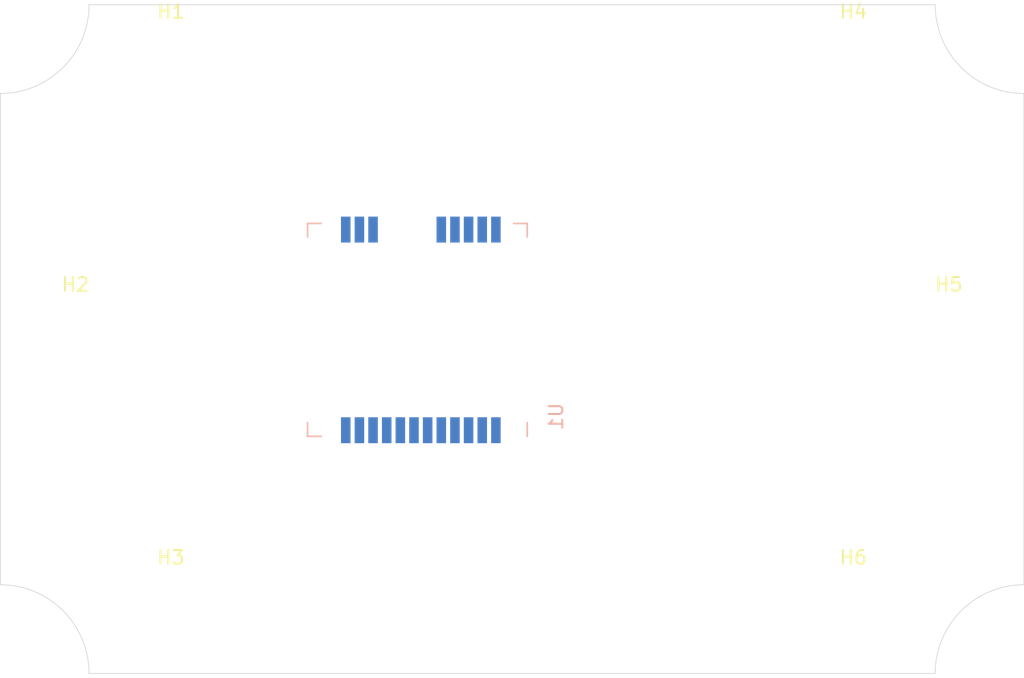
<source format=kicad_pcb>
(kicad_pcb (version 20171130) (host pcbnew 5.1.5-52549c5~86~ubuntu18.04.1)

  (general
    (thickness 1.6)
    (drawings 8)
    (tracks 0)
    (zones 0)
    (modules 7)
    (nets 21)
  )

  (page A4)
  (layers
    (0 F.Cu signal)
    (31 B.Cu signal)
    (32 B.Adhes user)
    (33 F.Adhes user)
    (34 B.Paste user)
    (35 F.Paste user)
    (36 B.SilkS user)
    (37 F.SilkS user)
    (38 B.Mask user)
    (39 F.Mask user)
    (40 Dwgs.User user)
    (41 Cmts.User user)
    (42 Eco1.User user)
    (43 Eco2.User user)
    (44 Edge.Cuts user)
    (45 Margin user)
    (46 B.CrtYd user)
    (47 F.CrtYd user)
    (48 B.Fab user)
    (49 F.Fab user)
  )

  (setup
    (last_trace_width 0.25)
    (trace_clearance 0.2)
    (zone_clearance 0.508)
    (zone_45_only no)
    (trace_min 0.2)
    (via_size 0.8)
    (via_drill 0.4)
    (via_min_size 0.4)
    (via_min_drill 0.3)
    (uvia_size 0.3)
    (uvia_drill 0.1)
    (uvias_allowed no)
    (uvia_min_size 0.2)
    (uvia_min_drill 0.1)
    (edge_width 0.05)
    (segment_width 0.2)
    (pcb_text_width 0.3)
    (pcb_text_size 1.5 1.5)
    (mod_edge_width 0.12)
    (mod_text_size 1 1)
    (mod_text_width 0.15)
    (pad_size 1.524 1.524)
    (pad_drill 0.762)
    (pad_to_mask_clearance 0.051)
    (solder_mask_min_width 0.25)
    (aux_axis_origin 0 0)
    (visible_elements FFFFFF7F)
    (pcbplotparams
      (layerselection 0x010fc_ffffffff)
      (usegerberextensions false)
      (usegerberattributes false)
      (usegerberadvancedattributes false)
      (creategerberjobfile false)
      (excludeedgelayer true)
      (linewidth 0.100000)
      (plotframeref false)
      (viasonmask false)
      (mode 1)
      (useauxorigin false)
      (hpglpennumber 1)
      (hpglpenspeed 20)
      (hpglpendiameter 15.000000)
      (psnegative false)
      (psa4output false)
      (plotreference true)
      (plotvalue true)
      (plotinvisibletext false)
      (padsonsilk false)
      (subtractmaskfromsilk false)
      (outputformat 1)
      (mirror false)
      (drillshape 1)
      (scaleselection 1)
      (outputdirectory ""))
  )

  (net 0 "")
  (net 1 "Net-(U1-Pad13)")
  (net 2 "Net-(U1-Pad14)")
  (net 3 "Net-(U1-Pad15)")
  (net 4 "Net-(U1-Pad16)")
  (net 5 "Net-(U1-Pad17)")
  (net 6 "Net-(U1-Pad18)")
  (net 7 "Net-(U1-Pad19)")
  (net 8 "Net-(U1-Pad20)")
  (net 9 "Net-(U1-Pad1)")
  (net 10 "Net-(U1-Pad2)")
  (net 11 "Net-(U1-Pad3)")
  (net 12 "Net-(U1-Pad4)")
  (net 13 "Net-(U1-Pad5)")
  (net 14 "Net-(U1-Pad6)")
  (net 15 "Net-(U1-Pad7)")
  (net 16 "Net-(U1-Pad8)")
  (net 17 "Net-(U1-Pad9)")
  (net 18 "Net-(U1-Pad10)")
  (net 19 "Net-(U1-Pad11)")
  (net 20 "Net-(U1-Pad12)")

  (net_class Default "This is the default net class."
    (clearance 0.2)
    (trace_width 0.25)
    (via_dia 0.8)
    (via_drill 0.4)
    (uvia_dia 0.3)
    (uvia_drill 0.1)
    (add_net "Net-(U1-Pad1)")
    (add_net "Net-(U1-Pad10)")
    (add_net "Net-(U1-Pad11)")
    (add_net "Net-(U1-Pad12)")
    (add_net "Net-(U1-Pad13)")
    (add_net "Net-(U1-Pad14)")
    (add_net "Net-(U1-Pad15)")
    (add_net "Net-(U1-Pad16)")
    (add_net "Net-(U1-Pad17)")
    (add_net "Net-(U1-Pad18)")
    (add_net "Net-(U1-Pad19)")
    (add_net "Net-(U1-Pad2)")
    (add_net "Net-(U1-Pad20)")
    (add_net "Net-(U1-Pad3)")
    (add_net "Net-(U1-Pad4)")
    (add_net "Net-(U1-Pad5)")
    (add_net "Net-(U1-Pad6)")
    (add_net "Net-(U1-Pad7)")
    (add_net "Net-(U1-Pad8)")
    (add_net "Net-(U1-Pad9)")
  )

  (module RF_Module:RAK4200 (layer B.Cu) (tedit 5F0E5665) (tstamp 5F13A296)
    (at 130.81 123.825 90)
    (descr "RAK4200 LPWAN Module https://downloads.rakwireless.com/LoRa/RAK4200/Hardware-Specification/RAK4200_Module_Specifications_V1.4.pdf")
    (tags "LoRa LoRaWAN RAK4200")
    (path /5F134DC1)
    (attr smd)
    (fp_text reference U1 (at -6.35 9.91 90) (layer B.SilkS)
      (effects (font (size 1 1) (thickness 0.15)) (justify mirror))
    )
    (fp_text value RAK4200 (at 0 -10.41 90) (layer B.Fab)
      (effects (font (size 1 1) (thickness 0.15)) (justify mirror))
    )
    (fp_line (start -8.55 -8.55) (end 8.55 -8.55) (layer B.CrtYd) (width 0.05))
    (fp_line (start 8.55 8.05) (end -8.55 8.05) (layer B.CrtYd) (width 0.05))
    (fp_line (start -8.55 8.05) (end -8.55 -8.55) (layer B.CrtYd) (width 0.05))
    (fp_line (start 8.55 8.05) (end 8.55 -8.55) (layer B.CrtYd) (width 0.05))
    (fp_line (start -7.8 7.8) (end -6.8 7.8) (layer B.SilkS) (width 0.12))
    (fp_line (start 7.8 6.8) (end 7.8 7.8) (layer B.SilkS) (width 0.12))
    (fp_line (start 7.8 7.8) (end 6.8 7.8) (layer B.SilkS) (width 0.12))
    (fp_line (start -7.8 -7.3) (end -7.8 -8.3) (layer B.SilkS) (width 0.12))
    (fp_line (start -6.8 -8.3) (end -7.8 -8.3) (layer B.SilkS) (width 0.12))
    (fp_line (start 7.8 -7.3) (end 7.8 -8.3) (layer B.SilkS) (width 0.12))
    (fp_line (start 6.8 -8.3) (end 7.8 -8.3) (layer B.SilkS) (width 0.12))
    (fp_line (start -6.792893 7.5) (end 7.5 7.5) (layer B.Fab) (width 0.1))
    (fp_line (start -7.5 -8) (end 7.5 -8) (layer B.Fab) (width 0.1))
    (fp_line (start 7.5 7.5) (end 7.5 -8) (layer B.Fab) (width 0.1))
    (fp_line (start -7.5 6.792893) (end -7.5 -8) (layer B.Fab) (width 0.1))
    (fp_line (start -7.5 6.792893) (end -6.792893 7.5) (layer B.Fab) (width 0.1))
    (fp_text user %R (at 0 -0.25 90) (layer B.Fab)
      (effects (font (size 1 1) (thickness 0.15)) (justify mirror))
    )
    (pad 13 smd rect (at 7.35 -5.5 90) (size 1.9 0.7) (layers B.Cu B.Paste B.Mask)
      (net 1 "Net-(U1-Pad13)"))
    (pad 14 smd rect (at 7.35 -4.5 90) (size 1.9 0.7) (layers B.Cu B.Paste B.Mask)
      (net 2 "Net-(U1-Pad14)"))
    (pad 15 smd rect (at 7.35 -3.5 90) (size 1.9 0.7) (layers B.Cu B.Paste B.Mask)
      (net 3 "Net-(U1-Pad15)"))
    (pad 16 smd rect (at 7.35 1.5 90) (size 1.9 0.7) (layers B.Cu B.Paste B.Mask)
      (net 4 "Net-(U1-Pad16)"))
    (pad 17 smd rect (at 7.35 2.5 90) (size 1.9 0.7) (layers B.Cu B.Paste B.Mask)
      (net 5 "Net-(U1-Pad17)"))
    (pad 18 smd rect (at 7.35 3.5 90) (size 1.9 0.7) (layers B.Cu B.Paste B.Mask)
      (net 6 "Net-(U1-Pad18)"))
    (pad 19 smd rect (at 7.35 4.5 90) (size 1.9 0.7) (layers B.Cu B.Paste B.Mask)
      (net 7 "Net-(U1-Pad19)"))
    (pad 20 smd rect (at 7.35 5.5 90) (size 1.9 0.7) (layers B.Cu B.Paste B.Mask)
      (net 8 "Net-(U1-Pad20)"))
    (pad 1 smd rect (at -7.35 5.5 90) (size 1.9 0.7) (layers B.Cu B.Paste B.Mask)
      (net 9 "Net-(U1-Pad1)"))
    (pad 2 smd rect (at -7.35 4.5 90) (size 1.9 0.7) (layers B.Cu B.Paste B.Mask)
      (net 10 "Net-(U1-Pad2)"))
    (pad 3 smd rect (at -7.35 3.5 90) (size 1.9 0.7) (layers B.Cu B.Paste B.Mask)
      (net 11 "Net-(U1-Pad3)"))
    (pad 4 smd rect (at -7.35 2.5 90) (size 1.9 0.7) (layers B.Cu B.Paste B.Mask)
      (net 12 "Net-(U1-Pad4)"))
    (pad 5 smd rect (at -7.35 1.5 90) (size 1.9 0.7) (layers B.Cu B.Paste B.Mask)
      (net 13 "Net-(U1-Pad5)"))
    (pad 6 smd rect (at -7.35 0.5 90) (size 1.9 0.7) (layers B.Cu B.Paste B.Mask)
      (net 14 "Net-(U1-Pad6)"))
    (pad 7 smd rect (at -7.35 -0.5 90) (size 1.9 0.7) (layers B.Cu B.Paste B.Mask)
      (net 15 "Net-(U1-Pad7)"))
    (pad 8 smd rect (at -7.35 -1.5 90) (size 1.9 0.7) (layers B.Cu B.Paste B.Mask)
      (net 16 "Net-(U1-Pad8)"))
    (pad 9 smd rect (at -7.35 -2.5 90) (size 1.9 0.7) (layers B.Cu B.Paste B.Mask)
      (net 17 "Net-(U1-Pad9)"))
    (pad 10 smd rect (at -7.35 -3.5 90) (size 1.9 0.7) (layers B.Cu B.Paste B.Mask)
      (net 18 "Net-(U1-Pad10)"))
    (pad 11 smd rect (at -7.35 -4.5 90) (size 1.9 0.7) (layers B.Cu B.Paste B.Mask)
      (net 19 "Net-(U1-Pad11)"))
    (pad 12 smd rect (at -7.35 -5.5 90) (size 1.9 0.7) (layers B.Cu B.Paste B.Mask)
      (net 20 "Net-(U1-Pad12)"))
    (model ${KISYS3DMOD}/RF_Module.3dshapes/RAK4200.wrl
      (at (xyz 0 0 0))
      (scale (xyz 1 1 1))
      (rotate (xyz 0 0 0))
    )
  )

  (module MountingHole:MountingHole_3mm (layer F.Cu) (tedit 56D1B4CB) (tstamp 5EED7FCD)
    (at 112.5 104.5)
    (descr "Mounting Hole 3mm, no annular")
    (tags "mounting hole 3mm no annular")
    (path /5EED2AEB)
    (attr virtual)
    (fp_text reference H1 (at 0 -4) (layer F.SilkS)
      (effects (font (size 1 1) (thickness 0.15)))
    )
    (fp_text value MountingHole (at 0 4) (layer F.Fab)
      (effects (font (size 1 1) (thickness 0.15)))
    )
    (fp_text user %R (at 0.3 0) (layer F.Fab)
      (effects (font (size 1 1) (thickness 0.15)))
    )
    (fp_circle (center 0 0) (end 3 0) (layer Cmts.User) (width 0.15))
    (fp_circle (center 0 0) (end 3.25 0) (layer F.CrtYd) (width 0.05))
    (pad 1 np_thru_hole circle (at 0 0) (size 3 3) (drill 3) (layers *.Cu *.Mask))
  )

  (module MountingHole:MountingHole_3mm (layer F.Cu) (tedit 56D1B4CB) (tstamp 5EED7FD5)
    (at 105.5 124.5)
    (descr "Mounting Hole 3mm, no annular")
    (tags "mounting hole 3mm no annular")
    (path /5EED2E39)
    (attr virtual)
    (fp_text reference H2 (at 0 -4) (layer F.SilkS)
      (effects (font (size 1 1) (thickness 0.15)))
    )
    (fp_text value MountingHole (at 0 4) (layer F.Fab)
      (effects (font (size 1 1) (thickness 0.15)))
    )
    (fp_circle (center 0 0) (end 3.25 0) (layer F.CrtYd) (width 0.05))
    (fp_circle (center 0 0) (end 3 0) (layer Cmts.User) (width 0.15))
    (fp_text user %R (at 0.3 0) (layer F.Fab)
      (effects (font (size 1 1) (thickness 0.15)))
    )
    (pad 1 np_thru_hole circle (at 0 0) (size 3 3) (drill 3) (layers *.Cu *.Mask))
  )

  (module MountingHole:MountingHole_3mm (layer F.Cu) (tedit 56D1B4CB) (tstamp 5EED7FDD)
    (at 112.5 144.5)
    (descr "Mounting Hole 3mm, no annular")
    (tags "mounting hole 3mm no annular")
    (path /5EED3144)
    (attr virtual)
    (fp_text reference H3 (at 0 -4) (layer F.SilkS)
      (effects (font (size 1 1) (thickness 0.15)))
    )
    (fp_text value MountingHole (at 0 4) (layer F.Fab)
      (effects (font (size 1 1) (thickness 0.15)))
    )
    (fp_text user %R (at 0.3 0) (layer F.Fab)
      (effects (font (size 1 1) (thickness 0.15)))
    )
    (fp_circle (center 0 0) (end 3 0) (layer Cmts.User) (width 0.15))
    (fp_circle (center 0 0) (end 3.25 0) (layer F.CrtYd) (width 0.05))
    (pad 1 np_thru_hole circle (at 0 0) (size 3 3) (drill 3) (layers *.Cu *.Mask))
  )

  (module MountingHole:MountingHole_3mm (layer F.Cu) (tedit 56D1B4CB) (tstamp 5EED7FE5)
    (at 162.5 104.5)
    (descr "Mounting Hole 3mm, no annular")
    (tags "mounting hole 3mm no annular")
    (path /5EED33AC)
    (attr virtual)
    (fp_text reference H4 (at 0 -4) (layer F.SilkS)
      (effects (font (size 1 1) (thickness 0.15)))
    )
    (fp_text value MountingHole (at 0 4) (layer F.Fab)
      (effects (font (size 1 1) (thickness 0.15)))
    )
    (fp_circle (center 0 0) (end 3.25 0) (layer F.CrtYd) (width 0.05))
    (fp_circle (center 0 0) (end 3 0) (layer Cmts.User) (width 0.15))
    (fp_text user %R (at 0.3 0) (layer F.Fab)
      (effects (font (size 1 1) (thickness 0.15)))
    )
    (pad 1 np_thru_hole circle (at 0 0) (size 3 3) (drill 3) (layers *.Cu *.Mask))
  )

  (module MountingHole:MountingHole_3mm (layer F.Cu) (tedit 56D1B4CB) (tstamp 5EED7FED)
    (at 169.5 124.5)
    (descr "Mounting Hole 3mm, no annular")
    (tags "mounting hole 3mm no annular")
    (path /5EED3A44)
    (attr virtual)
    (fp_text reference H5 (at 0 -4) (layer F.SilkS)
      (effects (font (size 1 1) (thickness 0.15)))
    )
    (fp_text value MountingHole (at 0 4) (layer F.Fab)
      (effects (font (size 1 1) (thickness 0.15)))
    )
    (fp_circle (center 0 0) (end 3.25 0) (layer F.CrtYd) (width 0.05))
    (fp_circle (center 0 0) (end 3 0) (layer Cmts.User) (width 0.15))
    (fp_text user %R (at 0.3 0) (layer F.Fab)
      (effects (font (size 1 1) (thickness 0.15)))
    )
    (pad 1 np_thru_hole circle (at 0 0) (size 3 3) (drill 3) (layers *.Cu *.Mask))
  )

  (module MountingHole:MountingHole_3mm (layer F.Cu) (tedit 56D1B4CB) (tstamp 5EED83A2)
    (at 162.5 144.5)
    (descr "Mounting Hole 3mm, no annular")
    (tags "mounting hole 3mm no annular")
    (path /5EED36FB)
    (attr virtual)
    (fp_text reference H6 (at 0 -4) (layer F.SilkS)
      (effects (font (size 1 1) (thickness 0.15)))
    )
    (fp_text value MountingHole (at 0 4) (layer F.Fab)
      (effects (font (size 1 1) (thickness 0.15)))
    )
    (fp_text user %R (at 0.3 0) (layer F.Fab)
      (effects (font (size 1 1) (thickness 0.15)))
    )
    (fp_circle (center 0 0) (end 3 0) (layer Cmts.User) (width 0.15))
    (fp_circle (center 0 0) (end 3.25 0) (layer F.CrtYd) (width 0.05))
    (pad 1 np_thru_hole circle (at 0 0) (size 3 3) (drill 3) (layers *.Cu *.Mask))
  )

  (gr_arc (start 175 149) (end 175 142.5) (angle -90) (layer Edge.Cuts) (width 0.05))
  (gr_arc (start 175 100) (end 175 106.5) (angle 90) (layer Edge.Cuts) (width 0.05))
  (gr_arc (start 100 149) (end 106.5 149) (angle -90) (layer Edge.Cuts) (width 0.05))
  (gr_arc (start 100 100) (end 106.5 100) (angle 90) (layer Edge.Cuts) (width 0.05))
  (gr_line (start 175 106.5) (end 175 142.5) (layer Edge.Cuts) (width 0.05))
  (gr_line (start 100 106.5) (end 100 142.5) (layer Edge.Cuts) (width 0.05))
  (gr_line (start 106.5 149) (end 168.5 149) (layer Edge.Cuts) (width 0.05))
  (gr_line (start 106.5 100) (end 168.5 100) (layer Edge.Cuts) (width 0.05))

)

</source>
